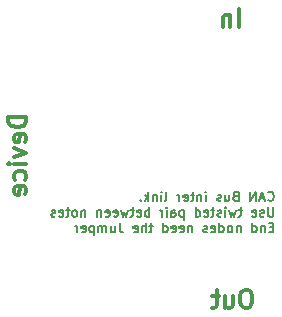
<source format=gbo>
%FSLAX34Y34*%
G04 Gerber Fmt 3.4, Leading zero omitted, Abs format*
G04 (created by PCBNEW (2014-03-19 BZR 4756)-product) date Sun 06 Jul 2014 23:01:42 BST*
%MOIN*%
G01*
G70*
G90*
G04 APERTURE LIST*
%ADD10C,0.005906*%
%ADD11C,0.011811*%
%ADD12C,0.007874*%
G04 APERTURE END LIST*
G54D10*
G54D11*
X46960Y-43444D02*
X46369Y-43444D01*
X46369Y-43585D01*
X46397Y-43669D01*
X46453Y-43726D01*
X46510Y-43754D01*
X46622Y-43782D01*
X46706Y-43782D01*
X46819Y-43754D01*
X46875Y-43726D01*
X46931Y-43669D01*
X46960Y-43585D01*
X46960Y-43444D01*
X46931Y-44260D02*
X46960Y-44204D01*
X46960Y-44091D01*
X46931Y-44035D01*
X46875Y-44007D01*
X46650Y-44007D01*
X46594Y-44035D01*
X46566Y-44091D01*
X46566Y-44204D01*
X46594Y-44260D01*
X46650Y-44288D01*
X46706Y-44288D01*
X46763Y-44007D01*
X46566Y-44485D02*
X46960Y-44625D01*
X46566Y-44766D01*
X46960Y-44991D02*
X46566Y-44991D01*
X46369Y-44991D02*
X46397Y-44963D01*
X46425Y-44991D01*
X46397Y-45019D01*
X46369Y-44991D01*
X46425Y-44991D01*
X46931Y-45525D02*
X46960Y-45469D01*
X46960Y-45357D01*
X46931Y-45300D01*
X46903Y-45272D01*
X46847Y-45244D01*
X46678Y-45244D01*
X46622Y-45272D01*
X46594Y-45300D01*
X46566Y-45357D01*
X46566Y-45469D01*
X46594Y-45525D01*
X46931Y-46003D02*
X46960Y-45947D01*
X46960Y-45835D01*
X46931Y-45778D01*
X46875Y-45750D01*
X46650Y-45750D01*
X46594Y-45778D01*
X46566Y-45835D01*
X46566Y-45947D01*
X46594Y-46003D01*
X46650Y-46032D01*
X46706Y-46032D01*
X46763Y-45750D01*
X54350Y-49204D02*
X54237Y-49204D01*
X54181Y-49232D01*
X54125Y-49288D01*
X54097Y-49401D01*
X54097Y-49597D01*
X54125Y-49710D01*
X54181Y-49766D01*
X54237Y-49794D01*
X54350Y-49794D01*
X54406Y-49766D01*
X54462Y-49710D01*
X54491Y-49597D01*
X54491Y-49401D01*
X54462Y-49288D01*
X54406Y-49232D01*
X54350Y-49204D01*
X53591Y-49401D02*
X53591Y-49794D01*
X53844Y-49401D02*
X53844Y-49710D01*
X53816Y-49766D01*
X53759Y-49794D01*
X53675Y-49794D01*
X53619Y-49766D01*
X53591Y-49738D01*
X53394Y-49401D02*
X53169Y-49401D01*
X53309Y-49204D02*
X53309Y-49710D01*
X53281Y-49766D01*
X53225Y-49794D01*
X53169Y-49794D01*
X54046Y-40424D02*
X54046Y-39834D01*
X53765Y-40030D02*
X53765Y-40424D01*
X53765Y-40087D02*
X53737Y-40059D01*
X53681Y-40030D01*
X53596Y-40030D01*
X53540Y-40059D01*
X53512Y-40115D01*
X53512Y-40424D01*
G54D12*
X55020Y-46206D02*
X55035Y-46221D01*
X55080Y-46236D01*
X55110Y-46236D01*
X55155Y-46221D01*
X55185Y-46191D01*
X55200Y-46161D01*
X55215Y-46101D01*
X55215Y-46056D01*
X55200Y-45997D01*
X55185Y-45967D01*
X55155Y-45937D01*
X55110Y-45922D01*
X55080Y-45922D01*
X55035Y-45937D01*
X55020Y-45952D01*
X54900Y-46146D02*
X54750Y-46146D01*
X54930Y-46236D02*
X54825Y-45922D01*
X54720Y-46236D01*
X54615Y-46236D02*
X54615Y-45922D01*
X54435Y-46236D01*
X54435Y-45922D01*
X53940Y-46071D02*
X53895Y-46086D01*
X53880Y-46101D01*
X53865Y-46131D01*
X53865Y-46176D01*
X53880Y-46206D01*
X53895Y-46221D01*
X53925Y-46236D01*
X54045Y-46236D01*
X54045Y-45922D01*
X53940Y-45922D01*
X53910Y-45937D01*
X53895Y-45952D01*
X53880Y-45982D01*
X53880Y-46011D01*
X53895Y-46041D01*
X53910Y-46056D01*
X53940Y-46071D01*
X54045Y-46071D01*
X53595Y-46026D02*
X53595Y-46236D01*
X53730Y-46026D02*
X53730Y-46191D01*
X53715Y-46221D01*
X53685Y-46236D01*
X53640Y-46236D01*
X53610Y-46221D01*
X53595Y-46206D01*
X53460Y-46221D02*
X53430Y-46236D01*
X53370Y-46236D01*
X53340Y-46221D01*
X53325Y-46191D01*
X53325Y-46176D01*
X53340Y-46146D01*
X53370Y-46131D01*
X53415Y-46131D01*
X53445Y-46116D01*
X53460Y-46086D01*
X53460Y-46071D01*
X53445Y-46041D01*
X53415Y-46026D01*
X53370Y-46026D01*
X53340Y-46041D01*
X52950Y-46236D02*
X52950Y-46026D01*
X52950Y-45922D02*
X52965Y-45937D01*
X52950Y-45952D01*
X52935Y-45937D01*
X52950Y-45922D01*
X52950Y-45952D01*
X52800Y-46026D02*
X52800Y-46236D01*
X52800Y-46056D02*
X52785Y-46041D01*
X52755Y-46026D01*
X52710Y-46026D01*
X52680Y-46041D01*
X52665Y-46071D01*
X52665Y-46236D01*
X52560Y-46026D02*
X52440Y-46026D01*
X52515Y-45922D02*
X52515Y-46191D01*
X52500Y-46221D01*
X52470Y-46236D01*
X52440Y-46236D01*
X52215Y-46221D02*
X52245Y-46236D01*
X52305Y-46236D01*
X52335Y-46221D01*
X52350Y-46191D01*
X52350Y-46071D01*
X52335Y-46041D01*
X52305Y-46026D01*
X52245Y-46026D01*
X52215Y-46041D01*
X52200Y-46071D01*
X52200Y-46101D01*
X52350Y-46131D01*
X52065Y-46236D02*
X52065Y-46026D01*
X52065Y-46086D02*
X52050Y-46056D01*
X52035Y-46041D01*
X52005Y-46026D01*
X51976Y-46026D01*
X51586Y-46236D02*
X51616Y-46221D01*
X51631Y-46191D01*
X51631Y-45922D01*
X51466Y-46236D02*
X51466Y-46026D01*
X51466Y-45922D02*
X51481Y-45937D01*
X51466Y-45952D01*
X51451Y-45937D01*
X51466Y-45922D01*
X51466Y-45952D01*
X51316Y-46026D02*
X51316Y-46236D01*
X51316Y-46056D02*
X51301Y-46041D01*
X51271Y-46026D01*
X51226Y-46026D01*
X51196Y-46041D01*
X51181Y-46071D01*
X51181Y-46236D01*
X51031Y-46236D02*
X51031Y-45922D01*
X51001Y-46116D02*
X50911Y-46236D01*
X50911Y-46026D02*
X51031Y-46146D01*
X50776Y-46206D02*
X50761Y-46221D01*
X50776Y-46236D01*
X50791Y-46221D01*
X50776Y-46206D01*
X50776Y-46236D01*
X55200Y-46441D02*
X55200Y-46696D01*
X55185Y-46726D01*
X55170Y-46741D01*
X55140Y-46756D01*
X55080Y-46756D01*
X55050Y-46741D01*
X55035Y-46726D01*
X55020Y-46696D01*
X55020Y-46441D01*
X54885Y-46741D02*
X54855Y-46756D01*
X54795Y-46756D01*
X54765Y-46741D01*
X54750Y-46711D01*
X54750Y-46696D01*
X54765Y-46666D01*
X54795Y-46651D01*
X54840Y-46651D01*
X54870Y-46636D01*
X54885Y-46606D01*
X54885Y-46591D01*
X54870Y-46561D01*
X54840Y-46546D01*
X54795Y-46546D01*
X54765Y-46561D01*
X54495Y-46741D02*
X54525Y-46756D01*
X54585Y-46756D01*
X54615Y-46741D01*
X54630Y-46711D01*
X54630Y-46591D01*
X54615Y-46561D01*
X54585Y-46546D01*
X54525Y-46546D01*
X54495Y-46561D01*
X54480Y-46591D01*
X54480Y-46621D01*
X54630Y-46651D01*
X54150Y-46546D02*
X54030Y-46546D01*
X54105Y-46441D02*
X54105Y-46711D01*
X54090Y-46741D01*
X54060Y-46756D01*
X54030Y-46756D01*
X53955Y-46546D02*
X53895Y-46756D01*
X53835Y-46606D01*
X53775Y-46756D01*
X53715Y-46546D01*
X53595Y-46756D02*
X53595Y-46546D01*
X53595Y-46441D02*
X53610Y-46456D01*
X53595Y-46471D01*
X53580Y-46456D01*
X53595Y-46441D01*
X53595Y-46471D01*
X53460Y-46741D02*
X53430Y-46756D01*
X53370Y-46756D01*
X53340Y-46741D01*
X53325Y-46711D01*
X53325Y-46696D01*
X53340Y-46666D01*
X53370Y-46651D01*
X53415Y-46651D01*
X53445Y-46636D01*
X53460Y-46606D01*
X53460Y-46591D01*
X53445Y-46561D01*
X53415Y-46546D01*
X53370Y-46546D01*
X53340Y-46561D01*
X53235Y-46546D02*
X53115Y-46546D01*
X53190Y-46441D02*
X53190Y-46711D01*
X53175Y-46741D01*
X53145Y-46756D01*
X53115Y-46756D01*
X52890Y-46741D02*
X52920Y-46756D01*
X52980Y-46756D01*
X53010Y-46741D01*
X53025Y-46711D01*
X53025Y-46591D01*
X53010Y-46561D01*
X52980Y-46546D01*
X52920Y-46546D01*
X52890Y-46561D01*
X52875Y-46591D01*
X52875Y-46621D01*
X53025Y-46651D01*
X52605Y-46756D02*
X52605Y-46441D01*
X52605Y-46741D02*
X52635Y-46756D01*
X52695Y-46756D01*
X52725Y-46741D01*
X52740Y-46726D01*
X52755Y-46696D01*
X52755Y-46606D01*
X52740Y-46576D01*
X52725Y-46561D01*
X52695Y-46546D01*
X52635Y-46546D01*
X52605Y-46561D01*
X52215Y-46546D02*
X52215Y-46861D01*
X52215Y-46561D02*
X52185Y-46546D01*
X52125Y-46546D01*
X52095Y-46561D01*
X52080Y-46576D01*
X52065Y-46606D01*
X52065Y-46696D01*
X52080Y-46726D01*
X52095Y-46741D01*
X52125Y-46756D01*
X52185Y-46756D01*
X52215Y-46741D01*
X51796Y-46756D02*
X51796Y-46591D01*
X51811Y-46561D01*
X51841Y-46546D01*
X51901Y-46546D01*
X51931Y-46561D01*
X51796Y-46741D02*
X51826Y-46756D01*
X51901Y-46756D01*
X51931Y-46741D01*
X51946Y-46711D01*
X51946Y-46681D01*
X51931Y-46651D01*
X51901Y-46636D01*
X51826Y-46636D01*
X51796Y-46621D01*
X51646Y-46756D02*
X51646Y-46546D01*
X51646Y-46441D02*
X51661Y-46456D01*
X51646Y-46471D01*
X51631Y-46456D01*
X51646Y-46441D01*
X51646Y-46471D01*
X51496Y-46756D02*
X51496Y-46546D01*
X51496Y-46606D02*
X51481Y-46576D01*
X51466Y-46561D01*
X51436Y-46546D01*
X51406Y-46546D01*
X51061Y-46756D02*
X51061Y-46441D01*
X51061Y-46561D02*
X51031Y-46546D01*
X50971Y-46546D01*
X50941Y-46561D01*
X50926Y-46576D01*
X50911Y-46606D01*
X50911Y-46696D01*
X50926Y-46726D01*
X50941Y-46741D01*
X50971Y-46756D01*
X51031Y-46756D01*
X51061Y-46741D01*
X50656Y-46741D02*
X50686Y-46756D01*
X50746Y-46756D01*
X50776Y-46741D01*
X50791Y-46711D01*
X50791Y-46591D01*
X50776Y-46561D01*
X50746Y-46546D01*
X50686Y-46546D01*
X50656Y-46561D01*
X50641Y-46591D01*
X50641Y-46621D01*
X50791Y-46651D01*
X50551Y-46546D02*
X50431Y-46546D01*
X50506Y-46441D02*
X50506Y-46711D01*
X50491Y-46741D01*
X50461Y-46756D01*
X50431Y-46756D01*
X50356Y-46546D02*
X50296Y-46756D01*
X50236Y-46606D01*
X50176Y-46756D01*
X50116Y-46546D01*
X49876Y-46741D02*
X49906Y-46756D01*
X49966Y-46756D01*
X49996Y-46741D01*
X50011Y-46711D01*
X50011Y-46591D01*
X49996Y-46561D01*
X49966Y-46546D01*
X49906Y-46546D01*
X49876Y-46561D01*
X49861Y-46591D01*
X49861Y-46621D01*
X50011Y-46651D01*
X49606Y-46741D02*
X49636Y-46756D01*
X49696Y-46756D01*
X49726Y-46741D01*
X49741Y-46711D01*
X49741Y-46591D01*
X49726Y-46561D01*
X49696Y-46546D01*
X49636Y-46546D01*
X49606Y-46561D01*
X49591Y-46591D01*
X49591Y-46621D01*
X49741Y-46651D01*
X49456Y-46546D02*
X49456Y-46756D01*
X49456Y-46576D02*
X49441Y-46561D01*
X49411Y-46546D01*
X49366Y-46546D01*
X49336Y-46561D01*
X49321Y-46591D01*
X49321Y-46756D01*
X48931Y-46546D02*
X48931Y-46756D01*
X48931Y-46576D02*
X48916Y-46561D01*
X48886Y-46546D01*
X48841Y-46546D01*
X48811Y-46561D01*
X48796Y-46591D01*
X48796Y-46756D01*
X48601Y-46756D02*
X48631Y-46741D01*
X48646Y-46726D01*
X48661Y-46696D01*
X48661Y-46606D01*
X48646Y-46576D01*
X48631Y-46561D01*
X48601Y-46546D01*
X48556Y-46546D01*
X48526Y-46561D01*
X48511Y-46576D01*
X48496Y-46606D01*
X48496Y-46696D01*
X48511Y-46726D01*
X48526Y-46741D01*
X48556Y-46756D01*
X48601Y-46756D01*
X48406Y-46546D02*
X48286Y-46546D01*
X48361Y-46441D02*
X48361Y-46711D01*
X48346Y-46741D01*
X48316Y-46756D01*
X48286Y-46756D01*
X48061Y-46741D02*
X48091Y-46756D01*
X48151Y-46756D01*
X48181Y-46741D01*
X48196Y-46711D01*
X48196Y-46591D01*
X48181Y-46561D01*
X48151Y-46546D01*
X48091Y-46546D01*
X48061Y-46561D01*
X48046Y-46591D01*
X48046Y-46621D01*
X48196Y-46651D01*
X47926Y-46741D02*
X47896Y-46756D01*
X47836Y-46756D01*
X47806Y-46741D01*
X47791Y-46711D01*
X47791Y-46696D01*
X47806Y-46666D01*
X47836Y-46651D01*
X47881Y-46651D01*
X47911Y-46636D01*
X47926Y-46606D01*
X47926Y-46591D01*
X47911Y-46561D01*
X47881Y-46546D01*
X47836Y-46546D01*
X47806Y-46561D01*
X55200Y-47111D02*
X55095Y-47111D01*
X55050Y-47276D02*
X55200Y-47276D01*
X55200Y-46961D01*
X55050Y-46961D01*
X54915Y-47066D02*
X54915Y-47276D01*
X54915Y-47096D02*
X54900Y-47081D01*
X54870Y-47066D01*
X54825Y-47066D01*
X54795Y-47081D01*
X54780Y-47111D01*
X54780Y-47276D01*
X54495Y-47276D02*
X54495Y-46961D01*
X54495Y-47261D02*
X54525Y-47276D01*
X54585Y-47276D01*
X54615Y-47261D01*
X54630Y-47246D01*
X54645Y-47216D01*
X54645Y-47126D01*
X54630Y-47096D01*
X54615Y-47081D01*
X54585Y-47066D01*
X54525Y-47066D01*
X54495Y-47081D01*
X54105Y-47066D02*
X54105Y-47276D01*
X54105Y-47096D02*
X54090Y-47081D01*
X54060Y-47066D01*
X54015Y-47066D01*
X53985Y-47081D01*
X53970Y-47111D01*
X53970Y-47276D01*
X53775Y-47276D02*
X53805Y-47261D01*
X53820Y-47246D01*
X53835Y-47216D01*
X53835Y-47126D01*
X53820Y-47096D01*
X53805Y-47081D01*
X53775Y-47066D01*
X53730Y-47066D01*
X53700Y-47081D01*
X53685Y-47096D01*
X53670Y-47126D01*
X53670Y-47216D01*
X53685Y-47246D01*
X53700Y-47261D01*
X53730Y-47276D01*
X53775Y-47276D01*
X53400Y-47276D02*
X53400Y-46961D01*
X53400Y-47261D02*
X53430Y-47276D01*
X53490Y-47276D01*
X53520Y-47261D01*
X53535Y-47246D01*
X53550Y-47216D01*
X53550Y-47126D01*
X53535Y-47096D01*
X53520Y-47081D01*
X53490Y-47066D01*
X53430Y-47066D01*
X53400Y-47081D01*
X53130Y-47261D02*
X53160Y-47276D01*
X53220Y-47276D01*
X53250Y-47261D01*
X53265Y-47231D01*
X53265Y-47111D01*
X53250Y-47081D01*
X53220Y-47066D01*
X53160Y-47066D01*
X53130Y-47081D01*
X53115Y-47111D01*
X53115Y-47141D01*
X53265Y-47171D01*
X52995Y-47261D02*
X52965Y-47276D01*
X52905Y-47276D01*
X52875Y-47261D01*
X52860Y-47231D01*
X52860Y-47216D01*
X52875Y-47186D01*
X52905Y-47171D01*
X52950Y-47171D01*
X52980Y-47156D01*
X52995Y-47126D01*
X52995Y-47111D01*
X52980Y-47081D01*
X52950Y-47066D01*
X52905Y-47066D01*
X52875Y-47081D01*
X52485Y-47066D02*
X52485Y-47276D01*
X52485Y-47096D02*
X52470Y-47081D01*
X52440Y-47066D01*
X52395Y-47066D01*
X52365Y-47081D01*
X52350Y-47111D01*
X52350Y-47276D01*
X52080Y-47261D02*
X52110Y-47276D01*
X52170Y-47276D01*
X52200Y-47261D01*
X52215Y-47231D01*
X52215Y-47111D01*
X52200Y-47081D01*
X52170Y-47066D01*
X52110Y-47066D01*
X52080Y-47081D01*
X52065Y-47111D01*
X52065Y-47141D01*
X52215Y-47171D01*
X51811Y-47261D02*
X51841Y-47276D01*
X51901Y-47276D01*
X51931Y-47261D01*
X51946Y-47231D01*
X51946Y-47111D01*
X51931Y-47081D01*
X51901Y-47066D01*
X51841Y-47066D01*
X51811Y-47081D01*
X51796Y-47111D01*
X51796Y-47141D01*
X51946Y-47171D01*
X51526Y-47276D02*
X51526Y-46961D01*
X51526Y-47261D02*
X51556Y-47276D01*
X51616Y-47276D01*
X51646Y-47261D01*
X51661Y-47246D01*
X51676Y-47216D01*
X51676Y-47126D01*
X51661Y-47096D01*
X51646Y-47081D01*
X51616Y-47066D01*
X51556Y-47066D01*
X51526Y-47081D01*
X51181Y-47066D02*
X51061Y-47066D01*
X51136Y-46961D02*
X51136Y-47231D01*
X51121Y-47261D01*
X51091Y-47276D01*
X51061Y-47276D01*
X50956Y-47276D02*
X50956Y-46961D01*
X50821Y-47276D02*
X50821Y-47111D01*
X50836Y-47081D01*
X50866Y-47066D01*
X50911Y-47066D01*
X50941Y-47081D01*
X50956Y-47096D01*
X50551Y-47261D02*
X50581Y-47276D01*
X50641Y-47276D01*
X50671Y-47261D01*
X50686Y-47231D01*
X50686Y-47111D01*
X50671Y-47081D01*
X50641Y-47066D01*
X50581Y-47066D01*
X50551Y-47081D01*
X50536Y-47111D01*
X50536Y-47141D01*
X50686Y-47171D01*
X50071Y-46961D02*
X50071Y-47186D01*
X50086Y-47231D01*
X50116Y-47261D01*
X50161Y-47276D01*
X50191Y-47276D01*
X49786Y-47066D02*
X49786Y-47276D01*
X49921Y-47066D02*
X49921Y-47231D01*
X49906Y-47261D01*
X49876Y-47276D01*
X49831Y-47276D01*
X49801Y-47261D01*
X49786Y-47246D01*
X49636Y-47276D02*
X49636Y-47066D01*
X49636Y-47096D02*
X49621Y-47081D01*
X49591Y-47066D01*
X49546Y-47066D01*
X49516Y-47081D01*
X49501Y-47111D01*
X49501Y-47276D01*
X49501Y-47111D02*
X49486Y-47081D01*
X49456Y-47066D01*
X49411Y-47066D01*
X49381Y-47081D01*
X49366Y-47111D01*
X49366Y-47276D01*
X49216Y-47066D02*
X49216Y-47381D01*
X49216Y-47081D02*
X49186Y-47066D01*
X49126Y-47066D01*
X49096Y-47081D01*
X49081Y-47096D01*
X49066Y-47126D01*
X49066Y-47216D01*
X49081Y-47246D01*
X49096Y-47261D01*
X49126Y-47276D01*
X49186Y-47276D01*
X49216Y-47261D01*
X48811Y-47261D02*
X48841Y-47276D01*
X48901Y-47276D01*
X48931Y-47261D01*
X48946Y-47231D01*
X48946Y-47111D01*
X48931Y-47081D01*
X48901Y-47066D01*
X48841Y-47066D01*
X48811Y-47081D01*
X48796Y-47111D01*
X48796Y-47141D01*
X48946Y-47171D01*
X48661Y-47276D02*
X48661Y-47066D01*
X48661Y-47126D02*
X48646Y-47096D01*
X48631Y-47081D01*
X48601Y-47066D01*
X48571Y-47066D01*
M02*

</source>
